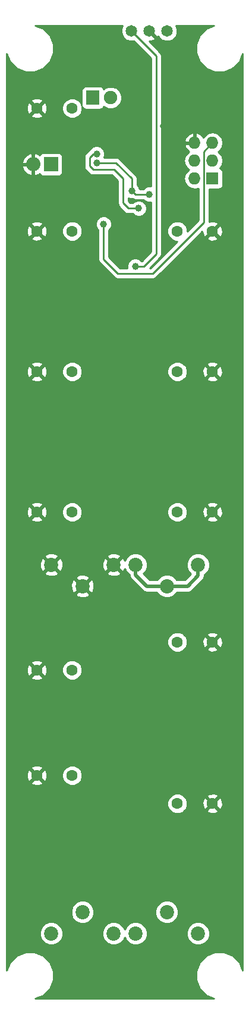
<source format=gbl>
G04 #@! TF.FileFunction,Copper,L2,Bot,Signal*
%FSLAX46Y46*%
G04 Gerber Fmt 4.6, Leading zero omitted, Abs format (unit mm)*
G04 Created by KiCad (PCBNEW 4.0.4+e1-6308~48~ubuntu14.04.1-stable) date Thu Dec 22 12:45:23 2016*
%MOMM*%
%LPD*%
G01*
G04 APERTURE LIST*
%ADD10C,0.100000*%
%ADD11C,1.016000*%
%ADD12R,1.727200X1.727200*%
%ADD13O,1.727200X1.727200*%
%ADD14C,1.650000*%
%ADD15R,1.900000X2.000000*%
%ADD16C,1.900000*%
%ADD17C,2.020000*%
%ADD18C,1.600000*%
%ADD19R,2.032000X2.032000*%
%ADD20O,2.032000X2.032000*%
%ADD21C,1.000000*%
%ADD22C,0.500000*%
%ADD23C,0.250000*%
%ADD24C,0.254000*%
G04 APERTURE END LIST*
D10*
D11*
X153500000Y-45000000D03*
X153500000Y-41000000D03*
X146500000Y-34000000D03*
X142500000Y-36000000D03*
X138000000Y-63000000D03*
D12*
X150000000Y-55000000D03*
D13*
X147460000Y-55000000D03*
X150000000Y-52460000D03*
X147460000Y-52460000D03*
X150000000Y-49920000D03*
X147460000Y-49920000D03*
D14*
X138460000Y-34000000D03*
X141000000Y-34000000D03*
X143540000Y-34000000D03*
D15*
X132960000Y-43500000D03*
D16*
X135500000Y-43500000D03*
D17*
X127055000Y-110000000D03*
X135945000Y-110000000D03*
X131500000Y-113050000D03*
X147945000Y-162500000D03*
X139055000Y-162500000D03*
X143500000Y-159450000D03*
X139055000Y-110000000D03*
X147945000Y-110000000D03*
X143500000Y-113050000D03*
X135945000Y-162500000D03*
X127055000Y-162500000D03*
X131500000Y-159450000D03*
D18*
X130000000Y-45000000D03*
X125000000Y-45000000D03*
X130000000Y-102500000D03*
X125000000Y-102500000D03*
X145000000Y-144000000D03*
X150000000Y-144000000D03*
X145000000Y-82500000D03*
X150000000Y-82500000D03*
X130000000Y-62500000D03*
X125000000Y-62500000D03*
X130000000Y-125000000D03*
X125000000Y-125000000D03*
X145000000Y-121000000D03*
X150000000Y-121000000D03*
X145000000Y-62500000D03*
X150000000Y-62500000D03*
X130000000Y-82500000D03*
X125000000Y-82500000D03*
X130000000Y-140000000D03*
X125000000Y-140000000D03*
X145000000Y-102500000D03*
X150000000Y-102500000D03*
D19*
X127000000Y-53000000D03*
D20*
X124460000Y-53000000D03*
D21*
X143000000Y-47500000D03*
X140000000Y-66000000D03*
X136000000Y-49500000D03*
X133500000Y-57500000D03*
X133500000Y-55500000D03*
X138500000Y-56750000D03*
X141000000Y-57250000D03*
X133500000Y-52750000D03*
X139000000Y-67500000D03*
X134500000Y-61500000D03*
X133500000Y-51500000D03*
X139500000Y-59250000D03*
D22*
X143500000Y-113050000D02*
X146450000Y-113050000D01*
X146450000Y-113050000D02*
X147945000Y-111555000D01*
X147945000Y-110000000D02*
X147945000Y-111555000D01*
X139055000Y-110000000D02*
X139055000Y-111428355D01*
X139055000Y-111428355D02*
X140676645Y-113050000D01*
X140676645Y-113050000D02*
X142071645Y-113050000D01*
X142071645Y-113050000D02*
X143500000Y-113050000D01*
D23*
X141000000Y-57250000D02*
X138999999Y-57249999D01*
X138999999Y-57249999D02*
X138500000Y-56750000D01*
X133500000Y-52750000D02*
X136250000Y-52750000D01*
X136250000Y-52750000D02*
X138500000Y-55000000D01*
X138500000Y-55000000D02*
X138500000Y-56750000D01*
X142000000Y-37540000D02*
X138460000Y-34000000D01*
X139000000Y-67500000D02*
X140250000Y-67500000D01*
X140250000Y-67500000D02*
X142000000Y-65750000D01*
X142000000Y-65750000D02*
X142000000Y-37540000D01*
X139000000Y-67500000D02*
X138924999Y-67424999D01*
X148750000Y-61250000D02*
X148750000Y-51170000D01*
X136500000Y-68500000D02*
X141500000Y-68500000D01*
X148750000Y-61250000D02*
X141500000Y-68500000D01*
X134500000Y-61500000D02*
X134500000Y-66500000D01*
X134500000Y-66500000D02*
X136500000Y-68500000D01*
X148750000Y-51170000D02*
X150000000Y-49920000D01*
X133500000Y-51500000D02*
X133000000Y-51500000D01*
X138000000Y-59250000D02*
X139500000Y-59250000D01*
X137250000Y-55000000D02*
X137250000Y-58500000D01*
X133000000Y-53750000D02*
X136000000Y-53750000D01*
X137250000Y-58500000D02*
X138000000Y-59250000D01*
X136000000Y-53750000D02*
X137250000Y-55000000D01*
X132500000Y-53250000D02*
X133000000Y-53750000D01*
X132500000Y-52000000D02*
X132500000Y-53250000D01*
X133000000Y-51500000D02*
X132500000Y-52000000D01*
D24*
G36*
X137000254Y-33708314D02*
X136999747Y-34289138D01*
X137221551Y-34825943D01*
X137631897Y-35237006D01*
X138168314Y-35459746D01*
X138749138Y-35460253D01*
X138817291Y-35432093D01*
X141240000Y-37854802D01*
X141240000Y-56120696D01*
X141226756Y-56115197D01*
X140775225Y-56114803D01*
X140357914Y-56287233D01*
X140154793Y-56490000D01*
X139620642Y-56489999D01*
X139462767Y-56107914D01*
X139260000Y-55904793D01*
X139260000Y-55000000D01*
X139202148Y-54709161D01*
X139037401Y-54462599D01*
X136787401Y-52212599D01*
X136540839Y-52047852D01*
X136250000Y-51990000D01*
X134525494Y-51990000D01*
X134634803Y-51726756D01*
X134635197Y-51275225D01*
X134462767Y-50857914D01*
X134143765Y-50538355D01*
X133726756Y-50365197D01*
X133275225Y-50364803D01*
X132857914Y-50537233D01*
X132538355Y-50856235D01*
X132506319Y-50933386D01*
X132462599Y-50962599D01*
X131962599Y-51462599D01*
X131797852Y-51709161D01*
X131740000Y-52000000D01*
X131740000Y-53250000D01*
X131797852Y-53540839D01*
X131962599Y-53787401D01*
X132462599Y-54287401D01*
X132709161Y-54452148D01*
X133000000Y-54510000D01*
X135685198Y-54510000D01*
X136490000Y-55314802D01*
X136490000Y-58500000D01*
X136547852Y-58790839D01*
X136712599Y-59037401D01*
X137462599Y-59787401D01*
X137709160Y-59952148D01*
X138000000Y-60010000D01*
X138654941Y-60010000D01*
X138856235Y-60211645D01*
X139273244Y-60384803D01*
X139724775Y-60385197D01*
X140142086Y-60212767D01*
X140461645Y-59893765D01*
X140634803Y-59476756D01*
X140635197Y-59025225D01*
X140462767Y-58607914D01*
X140143765Y-58288355D01*
X139726756Y-58115197D01*
X139275225Y-58114803D01*
X138857914Y-58287233D01*
X138654793Y-58490000D01*
X138314802Y-58490000D01*
X138010000Y-58185198D01*
X138010000Y-57775494D01*
X138273244Y-57884803D01*
X138608810Y-57885096D01*
X138709159Y-57952147D01*
X138999999Y-58009999D01*
X140154941Y-58010000D01*
X140356235Y-58211645D01*
X140773244Y-58384803D01*
X141224775Y-58385197D01*
X141240000Y-58378906D01*
X141240000Y-65435198D01*
X139935198Y-66740000D01*
X139845059Y-66740000D01*
X139643765Y-66538355D01*
X139226756Y-66365197D01*
X138775225Y-66364803D01*
X138357914Y-66537233D01*
X138038355Y-66856235D01*
X137865197Y-67273244D01*
X137864803Y-67724775D01*
X137871094Y-67740000D01*
X136814802Y-67740000D01*
X135260000Y-66185198D01*
X135260000Y-62345059D01*
X135461645Y-62143765D01*
X135634803Y-61726756D01*
X135635197Y-61275225D01*
X135462767Y-60857914D01*
X135143765Y-60538355D01*
X134726756Y-60365197D01*
X134275225Y-60364803D01*
X133857914Y-60537233D01*
X133538355Y-60856235D01*
X133365197Y-61273244D01*
X133364803Y-61724775D01*
X133537233Y-62142086D01*
X133740000Y-62345207D01*
X133740000Y-66500000D01*
X133797852Y-66790839D01*
X133962599Y-67037401D01*
X135962599Y-69037401D01*
X136209161Y-69202148D01*
X136500000Y-69260000D01*
X141500000Y-69260000D01*
X141790839Y-69202148D01*
X142037401Y-69037401D01*
X147567057Y-63507745D01*
X149171861Y-63507745D01*
X149245995Y-63753864D01*
X149783223Y-63946965D01*
X150353454Y-63919778D01*
X150754005Y-63753864D01*
X150828139Y-63507745D01*
X150000000Y-62679605D01*
X149171861Y-63507745D01*
X147567057Y-63507745D01*
X148563891Y-62510911D01*
X148580222Y-62853454D01*
X148746136Y-63254005D01*
X148992255Y-63328139D01*
X149820395Y-62500000D01*
X150179605Y-62500000D01*
X151007745Y-63328139D01*
X151253864Y-63254005D01*
X151446965Y-62716777D01*
X151419778Y-62146546D01*
X151253864Y-61745995D01*
X151007745Y-61671861D01*
X150179605Y-62500000D01*
X149820395Y-62500000D01*
X149806252Y-62485858D01*
X149985858Y-62306252D01*
X150000000Y-62320395D01*
X150828139Y-61492255D01*
X150754005Y-61246136D01*
X150216777Y-61053035D01*
X149646546Y-61080222D01*
X149510000Y-61136781D01*
X149510000Y-56511040D01*
X150863600Y-56511040D01*
X151098917Y-56466762D01*
X151315041Y-56327690D01*
X151460031Y-56115490D01*
X151511040Y-55863600D01*
X151511040Y-54136400D01*
X151466762Y-53901083D01*
X151327690Y-53684959D01*
X151115490Y-53539969D01*
X151071869Y-53531136D01*
X151089029Y-53519670D01*
X151413885Y-53033489D01*
X151527959Y-52460000D01*
X151413885Y-51886511D01*
X151089029Y-51400330D01*
X150774248Y-51190000D01*
X151089029Y-50979670D01*
X151413885Y-50493489D01*
X151527959Y-49920000D01*
X151413885Y-49346511D01*
X151089029Y-48860330D01*
X150602848Y-48535474D01*
X150029359Y-48421400D01*
X149970641Y-48421400D01*
X149397152Y-48535474D01*
X148910971Y-48860330D01*
X148730008Y-49131161D01*
X148348490Y-48713179D01*
X147819027Y-48465032D01*
X147587000Y-48585531D01*
X147587000Y-49793000D01*
X147607000Y-49793000D01*
X147607000Y-50047000D01*
X147587000Y-50047000D01*
X147587000Y-50067000D01*
X147333000Y-50067000D01*
X147333000Y-50047000D01*
X146126183Y-50047000D01*
X146005042Y-50279026D01*
X146177312Y-50694947D01*
X146571510Y-51126821D01*
X146694228Y-51184336D01*
X146370971Y-51400330D01*
X146046115Y-51886511D01*
X145932041Y-52460000D01*
X146046115Y-53033489D01*
X146370971Y-53519670D01*
X146685752Y-53730000D01*
X146370971Y-53940330D01*
X146046115Y-54426511D01*
X145932041Y-55000000D01*
X146046115Y-55573489D01*
X146370971Y-56059670D01*
X146857152Y-56384526D01*
X147430641Y-56498600D01*
X147489359Y-56498600D01*
X147990000Y-56399016D01*
X147990000Y-60935198D01*
X146435009Y-62490189D01*
X146435248Y-62215813D01*
X146217243Y-61688200D01*
X145813923Y-61284176D01*
X145286691Y-61065250D01*
X144715813Y-61064752D01*
X144188200Y-61282757D01*
X143784176Y-61686077D01*
X143565250Y-62213309D01*
X143564752Y-62784187D01*
X143782757Y-63311800D01*
X144186077Y-63715824D01*
X144713309Y-63934750D01*
X144990206Y-63934992D01*
X141185198Y-67740000D01*
X141084802Y-67740000D01*
X142537401Y-66287401D01*
X142702148Y-66040839D01*
X142760000Y-65750000D01*
X142760000Y-49560974D01*
X146005042Y-49560974D01*
X146126183Y-49793000D01*
X147333000Y-49793000D01*
X147333000Y-48585531D01*
X147100973Y-48465032D01*
X146571510Y-48713179D01*
X146177312Y-49145053D01*
X146005042Y-49560974D01*
X142760000Y-49560974D01*
X142760000Y-37540000D01*
X142702148Y-37249161D01*
X142537401Y-37002599D01*
X140996519Y-35461717D01*
X141357456Y-35445048D01*
X141769044Y-35274563D01*
X141846248Y-35025853D01*
X141000000Y-34179605D01*
X140985858Y-34193748D01*
X140806253Y-34014143D01*
X140820395Y-34000000D01*
X140806253Y-33985858D01*
X140985858Y-33806253D01*
X141000000Y-33820395D01*
X141014143Y-33806253D01*
X141193748Y-33985858D01*
X141179605Y-34000000D01*
X142025853Y-34846248D01*
X142274563Y-34769044D01*
X142276185Y-34764553D01*
X142301551Y-34825943D01*
X142711897Y-35237006D01*
X143248314Y-35459746D01*
X143829138Y-35460253D01*
X144365943Y-35238449D01*
X144777006Y-34828103D01*
X144999746Y-34291686D01*
X145000253Y-33710862D01*
X144793300Y-33210000D01*
X150250181Y-33210000D01*
X149117868Y-33677862D01*
X148181151Y-34612945D01*
X147673579Y-35835315D01*
X147672424Y-37158878D01*
X148177862Y-38382132D01*
X149112945Y-39318849D01*
X150335315Y-39826421D01*
X151658878Y-39827576D01*
X152882132Y-39322138D01*
X153818849Y-38387055D01*
X154290000Y-37252397D01*
X154290000Y-167750181D01*
X153822138Y-166617868D01*
X152887055Y-165681151D01*
X151664685Y-165173579D01*
X150341122Y-165172424D01*
X149117868Y-165677862D01*
X148181151Y-166612945D01*
X147673579Y-167835315D01*
X147672424Y-169158878D01*
X148177862Y-170382132D01*
X149112945Y-171318849D01*
X150247603Y-171790000D01*
X124749819Y-171790000D01*
X125882132Y-171322138D01*
X126818849Y-170387055D01*
X127326421Y-169164685D01*
X127327576Y-167841122D01*
X126822138Y-166617868D01*
X125887055Y-165681151D01*
X124664685Y-165173579D01*
X123341122Y-165172424D01*
X122117868Y-165677862D01*
X121181151Y-166612945D01*
X120710000Y-167747603D01*
X120710000Y-162825775D01*
X125409716Y-162825775D01*
X125659624Y-163430600D01*
X126121966Y-163893750D01*
X126726354Y-164144713D01*
X127380775Y-164145284D01*
X127985600Y-163895376D01*
X128448750Y-163433034D01*
X128699713Y-162828646D01*
X128699715Y-162825775D01*
X134299716Y-162825775D01*
X134549624Y-163430600D01*
X135011966Y-163893750D01*
X135616354Y-164144713D01*
X136270775Y-164145284D01*
X136875600Y-163895376D01*
X137338750Y-163433034D01*
X137500087Y-163044490D01*
X137659624Y-163430600D01*
X138121966Y-163893750D01*
X138726354Y-164144713D01*
X139380775Y-164145284D01*
X139985600Y-163895376D01*
X140448750Y-163433034D01*
X140699713Y-162828646D01*
X140699715Y-162825775D01*
X146299716Y-162825775D01*
X146549624Y-163430600D01*
X147011966Y-163893750D01*
X147616354Y-164144713D01*
X148270775Y-164145284D01*
X148875600Y-163895376D01*
X149338750Y-163433034D01*
X149589713Y-162828646D01*
X149590284Y-162174225D01*
X149340376Y-161569400D01*
X148878034Y-161106250D01*
X148273646Y-160855287D01*
X147619225Y-160854716D01*
X147014400Y-161104624D01*
X146551250Y-161566966D01*
X146300287Y-162171354D01*
X146299716Y-162825775D01*
X140699715Y-162825775D01*
X140700284Y-162174225D01*
X140450376Y-161569400D01*
X139988034Y-161106250D01*
X139383646Y-160855287D01*
X138729225Y-160854716D01*
X138124400Y-161104624D01*
X137661250Y-161566966D01*
X137499913Y-161955510D01*
X137340376Y-161569400D01*
X136878034Y-161106250D01*
X136273646Y-160855287D01*
X135619225Y-160854716D01*
X135014400Y-161104624D01*
X134551250Y-161566966D01*
X134300287Y-162171354D01*
X134299716Y-162825775D01*
X128699715Y-162825775D01*
X128700284Y-162174225D01*
X128450376Y-161569400D01*
X127988034Y-161106250D01*
X127383646Y-160855287D01*
X126729225Y-160854716D01*
X126124400Y-161104624D01*
X125661250Y-161566966D01*
X125410287Y-162171354D01*
X125409716Y-162825775D01*
X120710000Y-162825775D01*
X120710000Y-159775775D01*
X129854716Y-159775775D01*
X130104624Y-160380600D01*
X130566966Y-160843750D01*
X131171354Y-161094713D01*
X131825775Y-161095284D01*
X132430600Y-160845376D01*
X132893750Y-160383034D01*
X133144713Y-159778646D01*
X133144715Y-159775775D01*
X141854716Y-159775775D01*
X142104624Y-160380600D01*
X142566966Y-160843750D01*
X143171354Y-161094713D01*
X143825775Y-161095284D01*
X144430600Y-160845376D01*
X144893750Y-160383034D01*
X145144713Y-159778646D01*
X145145284Y-159124225D01*
X144895376Y-158519400D01*
X144433034Y-158056250D01*
X143828646Y-157805287D01*
X143174225Y-157804716D01*
X142569400Y-158054624D01*
X142106250Y-158516966D01*
X141855287Y-159121354D01*
X141854716Y-159775775D01*
X133144715Y-159775775D01*
X133145284Y-159124225D01*
X132895376Y-158519400D01*
X132433034Y-158056250D01*
X131828646Y-157805287D01*
X131174225Y-157804716D01*
X130569400Y-158054624D01*
X130106250Y-158516966D01*
X129855287Y-159121354D01*
X129854716Y-159775775D01*
X120710000Y-159775775D01*
X120710000Y-144284187D01*
X143564752Y-144284187D01*
X143782757Y-144811800D01*
X144186077Y-145215824D01*
X144713309Y-145434750D01*
X145284187Y-145435248D01*
X145811800Y-145217243D01*
X146021663Y-145007745D01*
X149171861Y-145007745D01*
X149245995Y-145253864D01*
X149783223Y-145446965D01*
X150353454Y-145419778D01*
X150754005Y-145253864D01*
X150828139Y-145007745D01*
X150000000Y-144179605D01*
X149171861Y-145007745D01*
X146021663Y-145007745D01*
X146215824Y-144813923D01*
X146434750Y-144286691D01*
X146435189Y-143783223D01*
X148553035Y-143783223D01*
X148580222Y-144353454D01*
X148746136Y-144754005D01*
X148992255Y-144828139D01*
X149820395Y-144000000D01*
X150179605Y-144000000D01*
X151007745Y-144828139D01*
X151253864Y-144754005D01*
X151446965Y-144216777D01*
X151419778Y-143646546D01*
X151253864Y-143245995D01*
X151007745Y-143171861D01*
X150179605Y-144000000D01*
X149820395Y-144000000D01*
X148992255Y-143171861D01*
X148746136Y-143245995D01*
X148553035Y-143783223D01*
X146435189Y-143783223D01*
X146435248Y-143715813D01*
X146217243Y-143188200D01*
X146021640Y-142992255D01*
X149171861Y-142992255D01*
X150000000Y-143820395D01*
X150828139Y-142992255D01*
X150754005Y-142746136D01*
X150216777Y-142553035D01*
X149646546Y-142580222D01*
X149245995Y-142746136D01*
X149171861Y-142992255D01*
X146021640Y-142992255D01*
X145813923Y-142784176D01*
X145286691Y-142565250D01*
X144715813Y-142564752D01*
X144188200Y-142782757D01*
X143784176Y-143186077D01*
X143565250Y-143713309D01*
X143564752Y-144284187D01*
X120710000Y-144284187D01*
X120710000Y-141007745D01*
X124171861Y-141007745D01*
X124245995Y-141253864D01*
X124783223Y-141446965D01*
X125353454Y-141419778D01*
X125754005Y-141253864D01*
X125828139Y-141007745D01*
X125000000Y-140179605D01*
X124171861Y-141007745D01*
X120710000Y-141007745D01*
X120710000Y-139783223D01*
X123553035Y-139783223D01*
X123580222Y-140353454D01*
X123746136Y-140754005D01*
X123992255Y-140828139D01*
X124820395Y-140000000D01*
X125179605Y-140000000D01*
X126007745Y-140828139D01*
X126253864Y-140754005D01*
X126422735Y-140284187D01*
X128564752Y-140284187D01*
X128782757Y-140811800D01*
X129186077Y-141215824D01*
X129713309Y-141434750D01*
X130284187Y-141435248D01*
X130811800Y-141217243D01*
X131215824Y-140813923D01*
X131434750Y-140286691D01*
X131435248Y-139715813D01*
X131217243Y-139188200D01*
X130813923Y-138784176D01*
X130286691Y-138565250D01*
X129715813Y-138564752D01*
X129188200Y-138782757D01*
X128784176Y-139186077D01*
X128565250Y-139713309D01*
X128564752Y-140284187D01*
X126422735Y-140284187D01*
X126446965Y-140216777D01*
X126419778Y-139646546D01*
X126253864Y-139245995D01*
X126007745Y-139171861D01*
X125179605Y-140000000D01*
X124820395Y-140000000D01*
X123992255Y-139171861D01*
X123746136Y-139245995D01*
X123553035Y-139783223D01*
X120710000Y-139783223D01*
X120710000Y-138992255D01*
X124171861Y-138992255D01*
X125000000Y-139820395D01*
X125828139Y-138992255D01*
X125754005Y-138746136D01*
X125216777Y-138553035D01*
X124646546Y-138580222D01*
X124245995Y-138746136D01*
X124171861Y-138992255D01*
X120710000Y-138992255D01*
X120710000Y-126007745D01*
X124171861Y-126007745D01*
X124245995Y-126253864D01*
X124783223Y-126446965D01*
X125353454Y-126419778D01*
X125754005Y-126253864D01*
X125828139Y-126007745D01*
X125000000Y-125179605D01*
X124171861Y-126007745D01*
X120710000Y-126007745D01*
X120710000Y-124783223D01*
X123553035Y-124783223D01*
X123580222Y-125353454D01*
X123746136Y-125754005D01*
X123992255Y-125828139D01*
X124820395Y-125000000D01*
X125179605Y-125000000D01*
X126007745Y-125828139D01*
X126253864Y-125754005D01*
X126422735Y-125284187D01*
X128564752Y-125284187D01*
X128782757Y-125811800D01*
X129186077Y-126215824D01*
X129713309Y-126434750D01*
X130284187Y-126435248D01*
X130811800Y-126217243D01*
X131215824Y-125813923D01*
X131434750Y-125286691D01*
X131435248Y-124715813D01*
X131217243Y-124188200D01*
X130813923Y-123784176D01*
X130286691Y-123565250D01*
X129715813Y-123564752D01*
X129188200Y-123782757D01*
X128784176Y-124186077D01*
X128565250Y-124713309D01*
X128564752Y-125284187D01*
X126422735Y-125284187D01*
X126446965Y-125216777D01*
X126419778Y-124646546D01*
X126253864Y-124245995D01*
X126007745Y-124171861D01*
X125179605Y-125000000D01*
X124820395Y-125000000D01*
X123992255Y-124171861D01*
X123746136Y-124245995D01*
X123553035Y-124783223D01*
X120710000Y-124783223D01*
X120710000Y-123992255D01*
X124171861Y-123992255D01*
X125000000Y-124820395D01*
X125828139Y-123992255D01*
X125754005Y-123746136D01*
X125216777Y-123553035D01*
X124646546Y-123580222D01*
X124245995Y-123746136D01*
X124171861Y-123992255D01*
X120710000Y-123992255D01*
X120710000Y-121284187D01*
X143564752Y-121284187D01*
X143782757Y-121811800D01*
X144186077Y-122215824D01*
X144713309Y-122434750D01*
X145284187Y-122435248D01*
X145811800Y-122217243D01*
X146021663Y-122007745D01*
X149171861Y-122007745D01*
X149245995Y-122253864D01*
X149783223Y-122446965D01*
X150353454Y-122419778D01*
X150754005Y-122253864D01*
X150828139Y-122007745D01*
X150000000Y-121179605D01*
X149171861Y-122007745D01*
X146021663Y-122007745D01*
X146215824Y-121813923D01*
X146434750Y-121286691D01*
X146435189Y-120783223D01*
X148553035Y-120783223D01*
X148580222Y-121353454D01*
X148746136Y-121754005D01*
X148992255Y-121828139D01*
X149820395Y-121000000D01*
X150179605Y-121000000D01*
X151007745Y-121828139D01*
X151253864Y-121754005D01*
X151446965Y-121216777D01*
X151419778Y-120646546D01*
X151253864Y-120245995D01*
X151007745Y-120171861D01*
X150179605Y-121000000D01*
X149820395Y-121000000D01*
X148992255Y-120171861D01*
X148746136Y-120245995D01*
X148553035Y-120783223D01*
X146435189Y-120783223D01*
X146435248Y-120715813D01*
X146217243Y-120188200D01*
X146021640Y-119992255D01*
X149171861Y-119992255D01*
X150000000Y-120820395D01*
X150828139Y-119992255D01*
X150754005Y-119746136D01*
X150216777Y-119553035D01*
X149646546Y-119580222D01*
X149245995Y-119746136D01*
X149171861Y-119992255D01*
X146021640Y-119992255D01*
X145813923Y-119784176D01*
X145286691Y-119565250D01*
X144715813Y-119564752D01*
X144188200Y-119782757D01*
X143784176Y-120186077D01*
X143565250Y-120713309D01*
X143564752Y-121284187D01*
X120710000Y-121284187D01*
X120710000Y-114209766D01*
X130519839Y-114209766D01*
X130619726Y-114477658D01*
X131233074Y-114705851D01*
X131887059Y-114681956D01*
X132380274Y-114477658D01*
X132480161Y-114209766D01*
X131500000Y-113229605D01*
X130519839Y-114209766D01*
X120710000Y-114209766D01*
X120710000Y-112783074D01*
X129844149Y-112783074D01*
X129868044Y-113437059D01*
X130072342Y-113930274D01*
X130340234Y-114030161D01*
X131320395Y-113050000D01*
X131679605Y-113050000D01*
X132659766Y-114030161D01*
X132927658Y-113930274D01*
X133155851Y-113316926D01*
X133131956Y-112662941D01*
X132927658Y-112169726D01*
X132659766Y-112069839D01*
X131679605Y-113050000D01*
X131320395Y-113050000D01*
X130340234Y-112069839D01*
X130072342Y-112169726D01*
X129844149Y-112783074D01*
X120710000Y-112783074D01*
X120710000Y-111890234D01*
X130519839Y-111890234D01*
X131500000Y-112870395D01*
X132480161Y-111890234D01*
X132380274Y-111622342D01*
X131766926Y-111394149D01*
X131112941Y-111418044D01*
X130619726Y-111622342D01*
X130519839Y-111890234D01*
X120710000Y-111890234D01*
X120710000Y-111159766D01*
X126074839Y-111159766D01*
X126174726Y-111427658D01*
X126788074Y-111655851D01*
X127442059Y-111631956D01*
X127935274Y-111427658D01*
X128035161Y-111159766D01*
X134964839Y-111159766D01*
X135064726Y-111427658D01*
X135678074Y-111655851D01*
X136332059Y-111631956D01*
X136825274Y-111427658D01*
X136925161Y-111159766D01*
X135945000Y-110179605D01*
X134964839Y-111159766D01*
X128035161Y-111159766D01*
X127055000Y-110179605D01*
X126074839Y-111159766D01*
X120710000Y-111159766D01*
X120710000Y-109733074D01*
X125399149Y-109733074D01*
X125423044Y-110387059D01*
X125627342Y-110880274D01*
X125895234Y-110980161D01*
X126875395Y-110000000D01*
X127234605Y-110000000D01*
X128214766Y-110980161D01*
X128482658Y-110880274D01*
X128710851Y-110266926D01*
X128691346Y-109733074D01*
X134289149Y-109733074D01*
X134313044Y-110387059D01*
X134517342Y-110880274D01*
X134785234Y-110980161D01*
X135765395Y-110000000D01*
X136124605Y-110000000D01*
X137104766Y-110980161D01*
X137372658Y-110880274D01*
X137498770Y-110541303D01*
X137659624Y-110930600D01*
X138121966Y-111393750D01*
X138170000Y-111413695D01*
X138170000Y-111428350D01*
X138169999Y-111428355D01*
X138213150Y-111645284D01*
X138237367Y-111767030D01*
X138319689Y-111890234D01*
X138429210Y-112054145D01*
X140050853Y-113675787D01*
X140050855Y-113675790D01*
X140337970Y-113867633D01*
X140676645Y-113935000D01*
X142085783Y-113935000D01*
X142104624Y-113980600D01*
X142566966Y-114443750D01*
X143171354Y-114694713D01*
X143825775Y-114695284D01*
X144430600Y-114445376D01*
X144893750Y-113983034D01*
X144913695Y-113935000D01*
X146449995Y-113935000D01*
X146450000Y-113935001D01*
X146732484Y-113878810D01*
X146788675Y-113867633D01*
X147075790Y-113675790D01*
X147075791Y-113675789D01*
X148570787Y-112180792D01*
X148570790Y-112180790D01*
X148762633Y-111893675D01*
X148763317Y-111890234D01*
X148830001Y-111555000D01*
X148830000Y-111554995D01*
X148830000Y-111414217D01*
X148875600Y-111395376D01*
X149338750Y-110933034D01*
X149589713Y-110328646D01*
X149590284Y-109674225D01*
X149340376Y-109069400D01*
X148878034Y-108606250D01*
X148273646Y-108355287D01*
X147619225Y-108354716D01*
X147014400Y-108604624D01*
X146551250Y-109066966D01*
X146300287Y-109671354D01*
X146299716Y-110325775D01*
X146549624Y-110930600D01*
X146933387Y-111315034D01*
X146083420Y-112165000D01*
X144914217Y-112165000D01*
X144895376Y-112119400D01*
X144433034Y-111656250D01*
X143828646Y-111405287D01*
X143174225Y-111404716D01*
X142569400Y-111654624D01*
X142106250Y-112116966D01*
X142086305Y-112165000D01*
X141043224Y-112165000D01*
X140129726Y-111251501D01*
X140448750Y-110933034D01*
X140699713Y-110328646D01*
X140700284Y-109674225D01*
X140450376Y-109069400D01*
X139988034Y-108606250D01*
X139383646Y-108355287D01*
X138729225Y-108354716D01*
X138124400Y-108604624D01*
X137661250Y-109066966D01*
X137505836Y-109441245D01*
X137372658Y-109119726D01*
X137104766Y-109019839D01*
X136124605Y-110000000D01*
X135765395Y-110000000D01*
X134785234Y-109019839D01*
X134517342Y-109119726D01*
X134289149Y-109733074D01*
X128691346Y-109733074D01*
X128686956Y-109612941D01*
X128482658Y-109119726D01*
X128214766Y-109019839D01*
X127234605Y-110000000D01*
X126875395Y-110000000D01*
X125895234Y-109019839D01*
X125627342Y-109119726D01*
X125399149Y-109733074D01*
X120710000Y-109733074D01*
X120710000Y-108840234D01*
X126074839Y-108840234D01*
X127055000Y-109820395D01*
X128035161Y-108840234D01*
X134964839Y-108840234D01*
X135945000Y-109820395D01*
X136925161Y-108840234D01*
X136825274Y-108572342D01*
X136211926Y-108344149D01*
X135557941Y-108368044D01*
X135064726Y-108572342D01*
X134964839Y-108840234D01*
X128035161Y-108840234D01*
X127935274Y-108572342D01*
X127321926Y-108344149D01*
X126667941Y-108368044D01*
X126174726Y-108572342D01*
X126074839Y-108840234D01*
X120710000Y-108840234D01*
X120710000Y-103507745D01*
X124171861Y-103507745D01*
X124245995Y-103753864D01*
X124783223Y-103946965D01*
X125353454Y-103919778D01*
X125754005Y-103753864D01*
X125828139Y-103507745D01*
X125000000Y-102679605D01*
X124171861Y-103507745D01*
X120710000Y-103507745D01*
X120710000Y-102283223D01*
X123553035Y-102283223D01*
X123580222Y-102853454D01*
X123746136Y-103254005D01*
X123992255Y-103328139D01*
X124820395Y-102500000D01*
X125179605Y-102500000D01*
X126007745Y-103328139D01*
X126253864Y-103254005D01*
X126422735Y-102784187D01*
X128564752Y-102784187D01*
X128782757Y-103311800D01*
X129186077Y-103715824D01*
X129713309Y-103934750D01*
X130284187Y-103935248D01*
X130811800Y-103717243D01*
X131215824Y-103313923D01*
X131434750Y-102786691D01*
X131434752Y-102784187D01*
X143564752Y-102784187D01*
X143782757Y-103311800D01*
X144186077Y-103715824D01*
X144713309Y-103934750D01*
X145284187Y-103935248D01*
X145811800Y-103717243D01*
X146021663Y-103507745D01*
X149171861Y-103507745D01*
X149245995Y-103753864D01*
X149783223Y-103946965D01*
X150353454Y-103919778D01*
X150754005Y-103753864D01*
X150828139Y-103507745D01*
X150000000Y-102679605D01*
X149171861Y-103507745D01*
X146021663Y-103507745D01*
X146215824Y-103313923D01*
X146434750Y-102786691D01*
X146435189Y-102283223D01*
X148553035Y-102283223D01*
X148580222Y-102853454D01*
X148746136Y-103254005D01*
X148992255Y-103328139D01*
X149820395Y-102500000D01*
X150179605Y-102500000D01*
X151007745Y-103328139D01*
X151253864Y-103254005D01*
X151446965Y-102716777D01*
X151419778Y-102146546D01*
X151253864Y-101745995D01*
X151007745Y-101671861D01*
X150179605Y-102500000D01*
X149820395Y-102500000D01*
X148992255Y-101671861D01*
X148746136Y-101745995D01*
X148553035Y-102283223D01*
X146435189Y-102283223D01*
X146435248Y-102215813D01*
X146217243Y-101688200D01*
X146021640Y-101492255D01*
X149171861Y-101492255D01*
X150000000Y-102320395D01*
X150828139Y-101492255D01*
X150754005Y-101246136D01*
X150216777Y-101053035D01*
X149646546Y-101080222D01*
X149245995Y-101246136D01*
X149171861Y-101492255D01*
X146021640Y-101492255D01*
X145813923Y-101284176D01*
X145286691Y-101065250D01*
X144715813Y-101064752D01*
X144188200Y-101282757D01*
X143784176Y-101686077D01*
X143565250Y-102213309D01*
X143564752Y-102784187D01*
X131434752Y-102784187D01*
X131435248Y-102215813D01*
X131217243Y-101688200D01*
X130813923Y-101284176D01*
X130286691Y-101065250D01*
X129715813Y-101064752D01*
X129188200Y-101282757D01*
X128784176Y-101686077D01*
X128565250Y-102213309D01*
X128564752Y-102784187D01*
X126422735Y-102784187D01*
X126446965Y-102716777D01*
X126419778Y-102146546D01*
X126253864Y-101745995D01*
X126007745Y-101671861D01*
X125179605Y-102500000D01*
X124820395Y-102500000D01*
X123992255Y-101671861D01*
X123746136Y-101745995D01*
X123553035Y-102283223D01*
X120710000Y-102283223D01*
X120710000Y-101492255D01*
X124171861Y-101492255D01*
X125000000Y-102320395D01*
X125828139Y-101492255D01*
X125754005Y-101246136D01*
X125216777Y-101053035D01*
X124646546Y-101080222D01*
X124245995Y-101246136D01*
X124171861Y-101492255D01*
X120710000Y-101492255D01*
X120710000Y-83507745D01*
X124171861Y-83507745D01*
X124245995Y-83753864D01*
X124783223Y-83946965D01*
X125353454Y-83919778D01*
X125754005Y-83753864D01*
X125828139Y-83507745D01*
X125000000Y-82679605D01*
X124171861Y-83507745D01*
X120710000Y-83507745D01*
X120710000Y-82283223D01*
X123553035Y-82283223D01*
X123580222Y-82853454D01*
X123746136Y-83254005D01*
X123992255Y-83328139D01*
X124820395Y-82500000D01*
X125179605Y-82500000D01*
X126007745Y-83328139D01*
X126253864Y-83254005D01*
X126422735Y-82784187D01*
X128564752Y-82784187D01*
X128782757Y-83311800D01*
X129186077Y-83715824D01*
X129713309Y-83934750D01*
X130284187Y-83935248D01*
X130811800Y-83717243D01*
X131215824Y-83313923D01*
X131434750Y-82786691D01*
X131434752Y-82784187D01*
X143564752Y-82784187D01*
X143782757Y-83311800D01*
X144186077Y-83715824D01*
X144713309Y-83934750D01*
X145284187Y-83935248D01*
X145811800Y-83717243D01*
X146021663Y-83507745D01*
X149171861Y-83507745D01*
X149245995Y-83753864D01*
X149783223Y-83946965D01*
X150353454Y-83919778D01*
X150754005Y-83753864D01*
X150828139Y-83507745D01*
X150000000Y-82679605D01*
X149171861Y-83507745D01*
X146021663Y-83507745D01*
X146215824Y-83313923D01*
X146434750Y-82786691D01*
X146435189Y-82283223D01*
X148553035Y-82283223D01*
X148580222Y-82853454D01*
X148746136Y-83254005D01*
X148992255Y-83328139D01*
X149820395Y-82500000D01*
X150179605Y-82500000D01*
X151007745Y-83328139D01*
X151253864Y-83254005D01*
X151446965Y-82716777D01*
X151419778Y-82146546D01*
X151253864Y-81745995D01*
X151007745Y-81671861D01*
X150179605Y-82500000D01*
X149820395Y-82500000D01*
X148992255Y-81671861D01*
X148746136Y-81745995D01*
X148553035Y-82283223D01*
X146435189Y-82283223D01*
X146435248Y-82215813D01*
X146217243Y-81688200D01*
X146021640Y-81492255D01*
X149171861Y-81492255D01*
X150000000Y-82320395D01*
X150828139Y-81492255D01*
X150754005Y-81246136D01*
X150216777Y-81053035D01*
X149646546Y-81080222D01*
X149245995Y-81246136D01*
X149171861Y-81492255D01*
X146021640Y-81492255D01*
X145813923Y-81284176D01*
X145286691Y-81065250D01*
X144715813Y-81064752D01*
X144188200Y-81282757D01*
X143784176Y-81686077D01*
X143565250Y-82213309D01*
X143564752Y-82784187D01*
X131434752Y-82784187D01*
X131435248Y-82215813D01*
X131217243Y-81688200D01*
X130813923Y-81284176D01*
X130286691Y-81065250D01*
X129715813Y-81064752D01*
X129188200Y-81282757D01*
X128784176Y-81686077D01*
X128565250Y-82213309D01*
X128564752Y-82784187D01*
X126422735Y-82784187D01*
X126446965Y-82716777D01*
X126419778Y-82146546D01*
X126253864Y-81745995D01*
X126007745Y-81671861D01*
X125179605Y-82500000D01*
X124820395Y-82500000D01*
X123992255Y-81671861D01*
X123746136Y-81745995D01*
X123553035Y-82283223D01*
X120710000Y-82283223D01*
X120710000Y-81492255D01*
X124171861Y-81492255D01*
X125000000Y-82320395D01*
X125828139Y-81492255D01*
X125754005Y-81246136D01*
X125216777Y-81053035D01*
X124646546Y-81080222D01*
X124245995Y-81246136D01*
X124171861Y-81492255D01*
X120710000Y-81492255D01*
X120710000Y-63507745D01*
X124171861Y-63507745D01*
X124245995Y-63753864D01*
X124783223Y-63946965D01*
X125353454Y-63919778D01*
X125754005Y-63753864D01*
X125828139Y-63507745D01*
X125000000Y-62679605D01*
X124171861Y-63507745D01*
X120710000Y-63507745D01*
X120710000Y-62283223D01*
X123553035Y-62283223D01*
X123580222Y-62853454D01*
X123746136Y-63254005D01*
X123992255Y-63328139D01*
X124820395Y-62500000D01*
X125179605Y-62500000D01*
X126007745Y-63328139D01*
X126253864Y-63254005D01*
X126422735Y-62784187D01*
X128564752Y-62784187D01*
X128782757Y-63311800D01*
X129186077Y-63715824D01*
X129713309Y-63934750D01*
X130284187Y-63935248D01*
X130811800Y-63717243D01*
X131215824Y-63313923D01*
X131434750Y-62786691D01*
X131435248Y-62215813D01*
X131217243Y-61688200D01*
X130813923Y-61284176D01*
X130286691Y-61065250D01*
X129715813Y-61064752D01*
X129188200Y-61282757D01*
X128784176Y-61686077D01*
X128565250Y-62213309D01*
X128564752Y-62784187D01*
X126422735Y-62784187D01*
X126446965Y-62716777D01*
X126419778Y-62146546D01*
X126253864Y-61745995D01*
X126007745Y-61671861D01*
X125179605Y-62500000D01*
X124820395Y-62500000D01*
X123992255Y-61671861D01*
X123746136Y-61745995D01*
X123553035Y-62283223D01*
X120710000Y-62283223D01*
X120710000Y-61492255D01*
X124171861Y-61492255D01*
X125000000Y-62320395D01*
X125828139Y-61492255D01*
X125754005Y-61246136D01*
X125216777Y-61053035D01*
X124646546Y-61080222D01*
X124245995Y-61246136D01*
X124171861Y-61492255D01*
X120710000Y-61492255D01*
X120710000Y-53382946D01*
X122854017Y-53382946D01*
X123122812Y-53968379D01*
X123595182Y-54406385D01*
X124077056Y-54605975D01*
X124333000Y-54486836D01*
X124333000Y-53127000D01*
X122972633Y-53127000D01*
X122854017Y-53382946D01*
X120710000Y-53382946D01*
X120710000Y-52617054D01*
X122854017Y-52617054D01*
X122972633Y-52873000D01*
X124333000Y-52873000D01*
X124333000Y-51513164D01*
X124587000Y-51513164D01*
X124587000Y-52873000D01*
X124607000Y-52873000D01*
X124607000Y-53127000D01*
X124587000Y-53127000D01*
X124587000Y-54486836D01*
X124842944Y-54605975D01*
X125324818Y-54406385D01*
X125422398Y-54315903D01*
X125519910Y-54467441D01*
X125732110Y-54612431D01*
X125984000Y-54663440D01*
X128016000Y-54663440D01*
X128251317Y-54619162D01*
X128467441Y-54480090D01*
X128612431Y-54267890D01*
X128663440Y-54016000D01*
X128663440Y-51984000D01*
X128619162Y-51748683D01*
X128480090Y-51532559D01*
X128267890Y-51387569D01*
X128016000Y-51336560D01*
X125984000Y-51336560D01*
X125748683Y-51380838D01*
X125532559Y-51519910D01*
X125421160Y-51682948D01*
X125324818Y-51593615D01*
X124842944Y-51394025D01*
X124587000Y-51513164D01*
X124333000Y-51513164D01*
X124077056Y-51394025D01*
X123595182Y-51593615D01*
X123122812Y-52031621D01*
X122854017Y-52617054D01*
X120710000Y-52617054D01*
X120710000Y-46007745D01*
X124171861Y-46007745D01*
X124245995Y-46253864D01*
X124783223Y-46446965D01*
X125353454Y-46419778D01*
X125754005Y-46253864D01*
X125828139Y-46007745D01*
X125000000Y-45179605D01*
X124171861Y-46007745D01*
X120710000Y-46007745D01*
X120710000Y-44783223D01*
X123553035Y-44783223D01*
X123580222Y-45353454D01*
X123746136Y-45754005D01*
X123992255Y-45828139D01*
X124820395Y-45000000D01*
X125179605Y-45000000D01*
X126007745Y-45828139D01*
X126253864Y-45754005D01*
X126422735Y-45284187D01*
X128564752Y-45284187D01*
X128782757Y-45811800D01*
X129186077Y-46215824D01*
X129713309Y-46434750D01*
X130284187Y-46435248D01*
X130811800Y-46217243D01*
X131215824Y-45813923D01*
X131434750Y-45286691D01*
X131435193Y-44779381D01*
X131545910Y-44951441D01*
X131758110Y-45096431D01*
X132010000Y-45147440D01*
X133910000Y-45147440D01*
X134145317Y-45103162D01*
X134361441Y-44964090D01*
X134506431Y-44751890D01*
X134507055Y-44748808D01*
X134600997Y-44842914D01*
X135183341Y-45084724D01*
X135813893Y-45085275D01*
X136396657Y-44844481D01*
X136842914Y-44399003D01*
X137084724Y-43816659D01*
X137085275Y-43186107D01*
X136844481Y-42603343D01*
X136399003Y-42157086D01*
X135816659Y-41915276D01*
X135186107Y-41914725D01*
X134603343Y-42155519D01*
X134505663Y-42253029D01*
X134374090Y-42048559D01*
X134161890Y-41903569D01*
X133910000Y-41852560D01*
X132010000Y-41852560D01*
X131774683Y-41896838D01*
X131558559Y-42035910D01*
X131413569Y-42248110D01*
X131362560Y-42500000D01*
X131362560Y-44500000D01*
X131376344Y-44573253D01*
X131217243Y-44188200D01*
X130813923Y-43784176D01*
X130286691Y-43565250D01*
X129715813Y-43564752D01*
X129188200Y-43782757D01*
X128784176Y-44186077D01*
X128565250Y-44713309D01*
X128564752Y-45284187D01*
X126422735Y-45284187D01*
X126446965Y-45216777D01*
X126419778Y-44646546D01*
X126253864Y-44245995D01*
X126007745Y-44171861D01*
X125179605Y-45000000D01*
X124820395Y-45000000D01*
X123992255Y-44171861D01*
X123746136Y-44245995D01*
X123553035Y-44783223D01*
X120710000Y-44783223D01*
X120710000Y-43992255D01*
X124171861Y-43992255D01*
X125000000Y-44820395D01*
X125828139Y-43992255D01*
X125754005Y-43746136D01*
X125216777Y-43553035D01*
X124646546Y-43580222D01*
X124245995Y-43746136D01*
X124171861Y-43992255D01*
X120710000Y-43992255D01*
X120710000Y-37249819D01*
X121177862Y-38382132D01*
X122112945Y-39318849D01*
X123335315Y-39826421D01*
X124658878Y-39827576D01*
X125882132Y-39322138D01*
X126818849Y-38387055D01*
X127326421Y-37164685D01*
X127327576Y-35841122D01*
X126822138Y-34617868D01*
X125887055Y-33681151D01*
X124752397Y-33210000D01*
X137207172Y-33210000D01*
X137000254Y-33708314D01*
X137000254Y-33708314D01*
G37*
X137000254Y-33708314D02*
X136999747Y-34289138D01*
X137221551Y-34825943D01*
X137631897Y-35237006D01*
X138168314Y-35459746D01*
X138749138Y-35460253D01*
X138817291Y-35432093D01*
X141240000Y-37854802D01*
X141240000Y-56120696D01*
X141226756Y-56115197D01*
X140775225Y-56114803D01*
X140357914Y-56287233D01*
X140154793Y-56490000D01*
X139620642Y-56489999D01*
X139462767Y-56107914D01*
X139260000Y-55904793D01*
X139260000Y-55000000D01*
X139202148Y-54709161D01*
X139037401Y-54462599D01*
X136787401Y-52212599D01*
X136540839Y-52047852D01*
X136250000Y-51990000D01*
X134525494Y-51990000D01*
X134634803Y-51726756D01*
X134635197Y-51275225D01*
X134462767Y-50857914D01*
X134143765Y-50538355D01*
X133726756Y-50365197D01*
X133275225Y-50364803D01*
X132857914Y-50537233D01*
X132538355Y-50856235D01*
X132506319Y-50933386D01*
X132462599Y-50962599D01*
X131962599Y-51462599D01*
X131797852Y-51709161D01*
X131740000Y-52000000D01*
X131740000Y-53250000D01*
X131797852Y-53540839D01*
X131962599Y-53787401D01*
X132462599Y-54287401D01*
X132709161Y-54452148D01*
X133000000Y-54510000D01*
X135685198Y-54510000D01*
X136490000Y-55314802D01*
X136490000Y-58500000D01*
X136547852Y-58790839D01*
X136712599Y-59037401D01*
X137462599Y-59787401D01*
X137709160Y-59952148D01*
X138000000Y-60010000D01*
X138654941Y-60010000D01*
X138856235Y-60211645D01*
X139273244Y-60384803D01*
X139724775Y-60385197D01*
X140142086Y-60212767D01*
X140461645Y-59893765D01*
X140634803Y-59476756D01*
X140635197Y-59025225D01*
X140462767Y-58607914D01*
X140143765Y-58288355D01*
X139726756Y-58115197D01*
X139275225Y-58114803D01*
X138857914Y-58287233D01*
X138654793Y-58490000D01*
X138314802Y-58490000D01*
X138010000Y-58185198D01*
X138010000Y-57775494D01*
X138273244Y-57884803D01*
X138608810Y-57885096D01*
X138709159Y-57952147D01*
X138999999Y-58009999D01*
X140154941Y-58010000D01*
X140356235Y-58211645D01*
X140773244Y-58384803D01*
X141224775Y-58385197D01*
X141240000Y-58378906D01*
X141240000Y-65435198D01*
X139935198Y-66740000D01*
X139845059Y-66740000D01*
X139643765Y-66538355D01*
X139226756Y-66365197D01*
X138775225Y-66364803D01*
X138357914Y-66537233D01*
X138038355Y-66856235D01*
X137865197Y-67273244D01*
X137864803Y-67724775D01*
X137871094Y-67740000D01*
X136814802Y-67740000D01*
X135260000Y-66185198D01*
X135260000Y-62345059D01*
X135461645Y-62143765D01*
X135634803Y-61726756D01*
X135635197Y-61275225D01*
X135462767Y-60857914D01*
X135143765Y-60538355D01*
X134726756Y-60365197D01*
X134275225Y-60364803D01*
X133857914Y-60537233D01*
X133538355Y-60856235D01*
X133365197Y-61273244D01*
X133364803Y-61724775D01*
X133537233Y-62142086D01*
X133740000Y-62345207D01*
X133740000Y-66500000D01*
X133797852Y-66790839D01*
X133962599Y-67037401D01*
X135962599Y-69037401D01*
X136209161Y-69202148D01*
X136500000Y-69260000D01*
X141500000Y-69260000D01*
X141790839Y-69202148D01*
X142037401Y-69037401D01*
X147567057Y-63507745D01*
X149171861Y-63507745D01*
X149245995Y-63753864D01*
X149783223Y-63946965D01*
X150353454Y-63919778D01*
X150754005Y-63753864D01*
X150828139Y-63507745D01*
X150000000Y-62679605D01*
X149171861Y-63507745D01*
X147567057Y-63507745D01*
X148563891Y-62510911D01*
X148580222Y-62853454D01*
X148746136Y-63254005D01*
X148992255Y-63328139D01*
X149820395Y-62500000D01*
X150179605Y-62500000D01*
X151007745Y-63328139D01*
X151253864Y-63254005D01*
X151446965Y-62716777D01*
X151419778Y-62146546D01*
X151253864Y-61745995D01*
X151007745Y-61671861D01*
X150179605Y-62500000D01*
X149820395Y-62500000D01*
X149806252Y-62485858D01*
X149985858Y-62306252D01*
X150000000Y-62320395D01*
X150828139Y-61492255D01*
X150754005Y-61246136D01*
X150216777Y-61053035D01*
X149646546Y-61080222D01*
X149510000Y-61136781D01*
X149510000Y-56511040D01*
X150863600Y-56511040D01*
X151098917Y-56466762D01*
X151315041Y-56327690D01*
X151460031Y-56115490D01*
X151511040Y-55863600D01*
X151511040Y-54136400D01*
X151466762Y-53901083D01*
X151327690Y-53684959D01*
X151115490Y-53539969D01*
X151071869Y-53531136D01*
X151089029Y-53519670D01*
X151413885Y-53033489D01*
X151527959Y-52460000D01*
X151413885Y-51886511D01*
X151089029Y-51400330D01*
X150774248Y-51190000D01*
X151089029Y-50979670D01*
X151413885Y-50493489D01*
X151527959Y-49920000D01*
X151413885Y-49346511D01*
X151089029Y-48860330D01*
X150602848Y-48535474D01*
X150029359Y-48421400D01*
X149970641Y-48421400D01*
X149397152Y-48535474D01*
X148910971Y-48860330D01*
X148730008Y-49131161D01*
X148348490Y-48713179D01*
X147819027Y-48465032D01*
X147587000Y-48585531D01*
X147587000Y-49793000D01*
X147607000Y-49793000D01*
X147607000Y-50047000D01*
X147587000Y-50047000D01*
X147587000Y-50067000D01*
X147333000Y-50067000D01*
X147333000Y-50047000D01*
X146126183Y-50047000D01*
X146005042Y-50279026D01*
X146177312Y-50694947D01*
X146571510Y-51126821D01*
X146694228Y-51184336D01*
X146370971Y-51400330D01*
X146046115Y-51886511D01*
X145932041Y-52460000D01*
X146046115Y-53033489D01*
X146370971Y-53519670D01*
X146685752Y-53730000D01*
X146370971Y-53940330D01*
X146046115Y-54426511D01*
X145932041Y-55000000D01*
X146046115Y-55573489D01*
X146370971Y-56059670D01*
X146857152Y-56384526D01*
X147430641Y-56498600D01*
X147489359Y-56498600D01*
X147990000Y-56399016D01*
X147990000Y-60935198D01*
X146435009Y-62490189D01*
X146435248Y-62215813D01*
X146217243Y-61688200D01*
X145813923Y-61284176D01*
X145286691Y-61065250D01*
X144715813Y-61064752D01*
X144188200Y-61282757D01*
X143784176Y-61686077D01*
X143565250Y-62213309D01*
X143564752Y-62784187D01*
X143782757Y-63311800D01*
X144186077Y-63715824D01*
X144713309Y-63934750D01*
X144990206Y-63934992D01*
X141185198Y-67740000D01*
X141084802Y-67740000D01*
X142537401Y-66287401D01*
X142702148Y-66040839D01*
X142760000Y-65750000D01*
X142760000Y-49560974D01*
X146005042Y-49560974D01*
X146126183Y-49793000D01*
X147333000Y-49793000D01*
X147333000Y-48585531D01*
X147100973Y-48465032D01*
X146571510Y-48713179D01*
X146177312Y-49145053D01*
X146005042Y-49560974D01*
X142760000Y-49560974D01*
X142760000Y-37540000D01*
X142702148Y-37249161D01*
X142537401Y-37002599D01*
X140996519Y-35461717D01*
X141357456Y-35445048D01*
X141769044Y-35274563D01*
X141846248Y-35025853D01*
X141000000Y-34179605D01*
X140985858Y-34193748D01*
X140806253Y-34014143D01*
X140820395Y-34000000D01*
X140806253Y-33985858D01*
X140985858Y-33806253D01*
X141000000Y-33820395D01*
X141014143Y-33806253D01*
X141193748Y-33985858D01*
X141179605Y-34000000D01*
X142025853Y-34846248D01*
X142274563Y-34769044D01*
X142276185Y-34764553D01*
X142301551Y-34825943D01*
X142711897Y-35237006D01*
X143248314Y-35459746D01*
X143829138Y-35460253D01*
X144365943Y-35238449D01*
X144777006Y-34828103D01*
X144999746Y-34291686D01*
X145000253Y-33710862D01*
X144793300Y-33210000D01*
X150250181Y-33210000D01*
X149117868Y-33677862D01*
X148181151Y-34612945D01*
X147673579Y-35835315D01*
X147672424Y-37158878D01*
X148177862Y-38382132D01*
X149112945Y-39318849D01*
X150335315Y-39826421D01*
X151658878Y-39827576D01*
X152882132Y-39322138D01*
X153818849Y-38387055D01*
X154290000Y-37252397D01*
X154290000Y-167750181D01*
X153822138Y-166617868D01*
X152887055Y-165681151D01*
X151664685Y-165173579D01*
X150341122Y-165172424D01*
X149117868Y-165677862D01*
X148181151Y-166612945D01*
X147673579Y-167835315D01*
X147672424Y-169158878D01*
X148177862Y-170382132D01*
X149112945Y-171318849D01*
X150247603Y-171790000D01*
X124749819Y-171790000D01*
X125882132Y-171322138D01*
X126818849Y-170387055D01*
X127326421Y-169164685D01*
X127327576Y-167841122D01*
X126822138Y-166617868D01*
X125887055Y-165681151D01*
X124664685Y-165173579D01*
X123341122Y-165172424D01*
X122117868Y-165677862D01*
X121181151Y-166612945D01*
X120710000Y-167747603D01*
X120710000Y-162825775D01*
X125409716Y-162825775D01*
X125659624Y-163430600D01*
X126121966Y-163893750D01*
X126726354Y-164144713D01*
X127380775Y-164145284D01*
X127985600Y-163895376D01*
X128448750Y-163433034D01*
X128699713Y-162828646D01*
X128699715Y-162825775D01*
X134299716Y-162825775D01*
X134549624Y-163430600D01*
X135011966Y-163893750D01*
X135616354Y-164144713D01*
X136270775Y-164145284D01*
X136875600Y-163895376D01*
X137338750Y-163433034D01*
X137500087Y-163044490D01*
X137659624Y-163430600D01*
X138121966Y-163893750D01*
X138726354Y-164144713D01*
X139380775Y-164145284D01*
X139985600Y-163895376D01*
X140448750Y-163433034D01*
X140699713Y-162828646D01*
X140699715Y-162825775D01*
X146299716Y-162825775D01*
X146549624Y-163430600D01*
X147011966Y-163893750D01*
X147616354Y-164144713D01*
X148270775Y-164145284D01*
X148875600Y-163895376D01*
X149338750Y-163433034D01*
X149589713Y-162828646D01*
X149590284Y-162174225D01*
X149340376Y-161569400D01*
X148878034Y-161106250D01*
X148273646Y-160855287D01*
X147619225Y-160854716D01*
X147014400Y-161104624D01*
X146551250Y-161566966D01*
X146300287Y-162171354D01*
X146299716Y-162825775D01*
X140699715Y-162825775D01*
X140700284Y-162174225D01*
X140450376Y-161569400D01*
X139988034Y-161106250D01*
X139383646Y-160855287D01*
X138729225Y-160854716D01*
X138124400Y-161104624D01*
X137661250Y-161566966D01*
X137499913Y-161955510D01*
X137340376Y-161569400D01*
X136878034Y-161106250D01*
X136273646Y-160855287D01*
X135619225Y-160854716D01*
X135014400Y-161104624D01*
X134551250Y-161566966D01*
X134300287Y-162171354D01*
X134299716Y-162825775D01*
X128699715Y-162825775D01*
X128700284Y-162174225D01*
X128450376Y-161569400D01*
X127988034Y-161106250D01*
X127383646Y-160855287D01*
X126729225Y-160854716D01*
X126124400Y-161104624D01*
X125661250Y-161566966D01*
X125410287Y-162171354D01*
X125409716Y-162825775D01*
X120710000Y-162825775D01*
X120710000Y-159775775D01*
X129854716Y-159775775D01*
X130104624Y-160380600D01*
X130566966Y-160843750D01*
X131171354Y-161094713D01*
X131825775Y-161095284D01*
X132430600Y-160845376D01*
X132893750Y-160383034D01*
X133144713Y-159778646D01*
X133144715Y-159775775D01*
X141854716Y-159775775D01*
X142104624Y-160380600D01*
X142566966Y-160843750D01*
X143171354Y-161094713D01*
X143825775Y-161095284D01*
X144430600Y-160845376D01*
X144893750Y-160383034D01*
X145144713Y-159778646D01*
X145145284Y-159124225D01*
X144895376Y-158519400D01*
X144433034Y-158056250D01*
X143828646Y-157805287D01*
X143174225Y-157804716D01*
X142569400Y-158054624D01*
X142106250Y-158516966D01*
X141855287Y-159121354D01*
X141854716Y-159775775D01*
X133144715Y-159775775D01*
X133145284Y-159124225D01*
X132895376Y-158519400D01*
X132433034Y-158056250D01*
X131828646Y-157805287D01*
X131174225Y-157804716D01*
X130569400Y-158054624D01*
X130106250Y-158516966D01*
X129855287Y-159121354D01*
X129854716Y-159775775D01*
X120710000Y-159775775D01*
X120710000Y-144284187D01*
X143564752Y-144284187D01*
X143782757Y-144811800D01*
X144186077Y-145215824D01*
X144713309Y-145434750D01*
X145284187Y-145435248D01*
X145811800Y-145217243D01*
X146021663Y-145007745D01*
X149171861Y-145007745D01*
X149245995Y-145253864D01*
X149783223Y-145446965D01*
X150353454Y-145419778D01*
X150754005Y-145253864D01*
X150828139Y-145007745D01*
X150000000Y-144179605D01*
X149171861Y-145007745D01*
X146021663Y-145007745D01*
X146215824Y-144813923D01*
X146434750Y-144286691D01*
X146435189Y-143783223D01*
X148553035Y-143783223D01*
X148580222Y-144353454D01*
X148746136Y-144754005D01*
X148992255Y-144828139D01*
X149820395Y-144000000D01*
X150179605Y-144000000D01*
X151007745Y-144828139D01*
X151253864Y-144754005D01*
X151446965Y-144216777D01*
X151419778Y-143646546D01*
X151253864Y-143245995D01*
X151007745Y-143171861D01*
X150179605Y-144000000D01*
X149820395Y-144000000D01*
X148992255Y-143171861D01*
X148746136Y-143245995D01*
X148553035Y-143783223D01*
X146435189Y-143783223D01*
X146435248Y-143715813D01*
X146217243Y-143188200D01*
X146021640Y-142992255D01*
X149171861Y-142992255D01*
X150000000Y-143820395D01*
X150828139Y-142992255D01*
X150754005Y-142746136D01*
X150216777Y-142553035D01*
X149646546Y-142580222D01*
X149245995Y-142746136D01*
X149171861Y-142992255D01*
X146021640Y-142992255D01*
X145813923Y-142784176D01*
X145286691Y-142565250D01*
X144715813Y-142564752D01*
X144188200Y-142782757D01*
X143784176Y-143186077D01*
X143565250Y-143713309D01*
X143564752Y-144284187D01*
X120710000Y-144284187D01*
X120710000Y-141007745D01*
X124171861Y-141007745D01*
X124245995Y-141253864D01*
X124783223Y-141446965D01*
X125353454Y-141419778D01*
X125754005Y-141253864D01*
X125828139Y-141007745D01*
X125000000Y-140179605D01*
X124171861Y-141007745D01*
X120710000Y-141007745D01*
X120710000Y-139783223D01*
X123553035Y-139783223D01*
X123580222Y-140353454D01*
X123746136Y-140754005D01*
X123992255Y-140828139D01*
X124820395Y-140000000D01*
X125179605Y-140000000D01*
X126007745Y-140828139D01*
X126253864Y-140754005D01*
X126422735Y-140284187D01*
X128564752Y-140284187D01*
X128782757Y-140811800D01*
X129186077Y-141215824D01*
X129713309Y-141434750D01*
X130284187Y-141435248D01*
X130811800Y-141217243D01*
X131215824Y-140813923D01*
X131434750Y-140286691D01*
X131435248Y-139715813D01*
X131217243Y-139188200D01*
X130813923Y-138784176D01*
X130286691Y-138565250D01*
X129715813Y-138564752D01*
X129188200Y-138782757D01*
X128784176Y-139186077D01*
X128565250Y-139713309D01*
X128564752Y-140284187D01*
X126422735Y-140284187D01*
X126446965Y-140216777D01*
X126419778Y-139646546D01*
X126253864Y-139245995D01*
X126007745Y-139171861D01*
X125179605Y-140000000D01*
X124820395Y-140000000D01*
X123992255Y-139171861D01*
X123746136Y-139245995D01*
X123553035Y-139783223D01*
X120710000Y-139783223D01*
X120710000Y-138992255D01*
X124171861Y-138992255D01*
X125000000Y-139820395D01*
X125828139Y-138992255D01*
X125754005Y-138746136D01*
X125216777Y-138553035D01*
X124646546Y-138580222D01*
X124245995Y-138746136D01*
X124171861Y-138992255D01*
X120710000Y-138992255D01*
X120710000Y-126007745D01*
X124171861Y-126007745D01*
X124245995Y-126253864D01*
X124783223Y-126446965D01*
X125353454Y-126419778D01*
X125754005Y-126253864D01*
X125828139Y-126007745D01*
X125000000Y-125179605D01*
X124171861Y-126007745D01*
X120710000Y-126007745D01*
X120710000Y-124783223D01*
X123553035Y-124783223D01*
X123580222Y-125353454D01*
X123746136Y-125754005D01*
X123992255Y-125828139D01*
X124820395Y-125000000D01*
X125179605Y-125000000D01*
X126007745Y-125828139D01*
X126253864Y-125754005D01*
X126422735Y-125284187D01*
X128564752Y-125284187D01*
X128782757Y-125811800D01*
X129186077Y-126215824D01*
X129713309Y-126434750D01*
X130284187Y-126435248D01*
X130811800Y-126217243D01*
X131215824Y-125813923D01*
X131434750Y-125286691D01*
X131435248Y-124715813D01*
X131217243Y-124188200D01*
X130813923Y-123784176D01*
X130286691Y-123565250D01*
X129715813Y-123564752D01*
X129188200Y-123782757D01*
X128784176Y-124186077D01*
X128565250Y-124713309D01*
X128564752Y-125284187D01*
X126422735Y-125284187D01*
X126446965Y-125216777D01*
X126419778Y-124646546D01*
X126253864Y-124245995D01*
X126007745Y-124171861D01*
X125179605Y-125000000D01*
X124820395Y-125000000D01*
X123992255Y-124171861D01*
X123746136Y-124245995D01*
X123553035Y-124783223D01*
X120710000Y-124783223D01*
X120710000Y-123992255D01*
X124171861Y-123992255D01*
X125000000Y-124820395D01*
X125828139Y-123992255D01*
X125754005Y-123746136D01*
X125216777Y-123553035D01*
X124646546Y-123580222D01*
X124245995Y-123746136D01*
X124171861Y-123992255D01*
X120710000Y-123992255D01*
X120710000Y-121284187D01*
X143564752Y-121284187D01*
X143782757Y-121811800D01*
X144186077Y-122215824D01*
X144713309Y-122434750D01*
X145284187Y-122435248D01*
X145811800Y-122217243D01*
X146021663Y-122007745D01*
X149171861Y-122007745D01*
X149245995Y-122253864D01*
X149783223Y-122446965D01*
X150353454Y-122419778D01*
X150754005Y-122253864D01*
X150828139Y-122007745D01*
X150000000Y-121179605D01*
X149171861Y-122007745D01*
X146021663Y-122007745D01*
X146215824Y-121813923D01*
X146434750Y-121286691D01*
X146435189Y-120783223D01*
X148553035Y-120783223D01*
X148580222Y-121353454D01*
X148746136Y-121754005D01*
X148992255Y-121828139D01*
X149820395Y-121000000D01*
X150179605Y-121000000D01*
X151007745Y-121828139D01*
X151253864Y-121754005D01*
X151446965Y-121216777D01*
X151419778Y-120646546D01*
X151253864Y-120245995D01*
X151007745Y-120171861D01*
X150179605Y-121000000D01*
X149820395Y-121000000D01*
X148992255Y-120171861D01*
X148746136Y-120245995D01*
X148553035Y-120783223D01*
X146435189Y-120783223D01*
X146435248Y-120715813D01*
X146217243Y-120188200D01*
X146021640Y-119992255D01*
X149171861Y-119992255D01*
X150000000Y-120820395D01*
X150828139Y-119992255D01*
X150754005Y-119746136D01*
X150216777Y-119553035D01*
X149646546Y-119580222D01*
X149245995Y-119746136D01*
X149171861Y-119992255D01*
X146021640Y-119992255D01*
X145813923Y-119784176D01*
X145286691Y-119565250D01*
X144715813Y-119564752D01*
X144188200Y-119782757D01*
X143784176Y-120186077D01*
X143565250Y-120713309D01*
X143564752Y-121284187D01*
X120710000Y-121284187D01*
X120710000Y-114209766D01*
X130519839Y-114209766D01*
X130619726Y-114477658D01*
X131233074Y-114705851D01*
X131887059Y-114681956D01*
X132380274Y-114477658D01*
X132480161Y-114209766D01*
X131500000Y-113229605D01*
X130519839Y-114209766D01*
X120710000Y-114209766D01*
X120710000Y-112783074D01*
X129844149Y-112783074D01*
X129868044Y-113437059D01*
X130072342Y-113930274D01*
X130340234Y-114030161D01*
X131320395Y-113050000D01*
X131679605Y-113050000D01*
X132659766Y-114030161D01*
X132927658Y-113930274D01*
X133155851Y-113316926D01*
X133131956Y-112662941D01*
X132927658Y-112169726D01*
X132659766Y-112069839D01*
X131679605Y-113050000D01*
X131320395Y-113050000D01*
X130340234Y-112069839D01*
X130072342Y-112169726D01*
X129844149Y-112783074D01*
X120710000Y-112783074D01*
X120710000Y-111890234D01*
X130519839Y-111890234D01*
X131500000Y-112870395D01*
X132480161Y-111890234D01*
X132380274Y-111622342D01*
X131766926Y-111394149D01*
X131112941Y-111418044D01*
X130619726Y-111622342D01*
X130519839Y-111890234D01*
X120710000Y-111890234D01*
X120710000Y-111159766D01*
X126074839Y-111159766D01*
X126174726Y-111427658D01*
X126788074Y-111655851D01*
X127442059Y-111631956D01*
X127935274Y-111427658D01*
X128035161Y-111159766D01*
X134964839Y-111159766D01*
X135064726Y-111427658D01*
X135678074Y-111655851D01*
X136332059Y-111631956D01*
X136825274Y-111427658D01*
X136925161Y-111159766D01*
X135945000Y-110179605D01*
X134964839Y-111159766D01*
X128035161Y-111159766D01*
X127055000Y-110179605D01*
X126074839Y-111159766D01*
X120710000Y-111159766D01*
X120710000Y-109733074D01*
X125399149Y-109733074D01*
X125423044Y-110387059D01*
X125627342Y-110880274D01*
X125895234Y-110980161D01*
X126875395Y-110000000D01*
X127234605Y-110000000D01*
X128214766Y-110980161D01*
X128482658Y-110880274D01*
X128710851Y-110266926D01*
X128691346Y-109733074D01*
X134289149Y-109733074D01*
X134313044Y-110387059D01*
X134517342Y-110880274D01*
X134785234Y-110980161D01*
X135765395Y-110000000D01*
X136124605Y-110000000D01*
X137104766Y-110980161D01*
X137372658Y-110880274D01*
X137498770Y-110541303D01*
X137659624Y-110930600D01*
X138121966Y-111393750D01*
X138170000Y-111413695D01*
X138170000Y-111428350D01*
X138169999Y-111428355D01*
X138213150Y-111645284D01*
X138237367Y-111767030D01*
X138319689Y-111890234D01*
X138429210Y-112054145D01*
X140050853Y-113675787D01*
X140050855Y-113675790D01*
X140337970Y-113867633D01*
X140676645Y-113935000D01*
X142085783Y-113935000D01*
X142104624Y-113980600D01*
X142566966Y-114443750D01*
X143171354Y-114694713D01*
X143825775Y-114695284D01*
X144430600Y-114445376D01*
X144893750Y-113983034D01*
X144913695Y-113935000D01*
X146449995Y-113935000D01*
X146450000Y-113935001D01*
X146732484Y-113878810D01*
X146788675Y-113867633D01*
X147075790Y-113675790D01*
X147075791Y-113675789D01*
X148570787Y-112180792D01*
X148570790Y-112180790D01*
X148762633Y-111893675D01*
X148763317Y-111890234D01*
X148830001Y-111555000D01*
X148830000Y-111554995D01*
X148830000Y-111414217D01*
X148875600Y-111395376D01*
X149338750Y-110933034D01*
X149589713Y-110328646D01*
X149590284Y-109674225D01*
X149340376Y-109069400D01*
X148878034Y-108606250D01*
X148273646Y-108355287D01*
X147619225Y-108354716D01*
X147014400Y-108604624D01*
X146551250Y-109066966D01*
X146300287Y-109671354D01*
X146299716Y-110325775D01*
X146549624Y-110930600D01*
X146933387Y-111315034D01*
X146083420Y-112165000D01*
X144914217Y-112165000D01*
X144895376Y-112119400D01*
X144433034Y-111656250D01*
X143828646Y-111405287D01*
X143174225Y-111404716D01*
X142569400Y-111654624D01*
X142106250Y-112116966D01*
X142086305Y-112165000D01*
X141043224Y-112165000D01*
X140129726Y-111251501D01*
X140448750Y-110933034D01*
X140699713Y-110328646D01*
X140700284Y-109674225D01*
X140450376Y-109069400D01*
X139988034Y-108606250D01*
X139383646Y-108355287D01*
X138729225Y-108354716D01*
X138124400Y-108604624D01*
X137661250Y-109066966D01*
X137505836Y-109441245D01*
X137372658Y-109119726D01*
X137104766Y-109019839D01*
X136124605Y-110000000D01*
X135765395Y-110000000D01*
X134785234Y-109019839D01*
X134517342Y-109119726D01*
X134289149Y-109733074D01*
X128691346Y-109733074D01*
X128686956Y-109612941D01*
X128482658Y-109119726D01*
X128214766Y-109019839D01*
X127234605Y-110000000D01*
X126875395Y-110000000D01*
X125895234Y-109019839D01*
X125627342Y-109119726D01*
X125399149Y-109733074D01*
X120710000Y-109733074D01*
X120710000Y-108840234D01*
X126074839Y-108840234D01*
X127055000Y-109820395D01*
X128035161Y-108840234D01*
X134964839Y-108840234D01*
X135945000Y-109820395D01*
X136925161Y-108840234D01*
X136825274Y-108572342D01*
X136211926Y-108344149D01*
X135557941Y-108368044D01*
X135064726Y-108572342D01*
X134964839Y-108840234D01*
X128035161Y-108840234D01*
X127935274Y-108572342D01*
X127321926Y-108344149D01*
X126667941Y-108368044D01*
X126174726Y-108572342D01*
X126074839Y-108840234D01*
X120710000Y-108840234D01*
X120710000Y-103507745D01*
X124171861Y-103507745D01*
X124245995Y-103753864D01*
X124783223Y-103946965D01*
X125353454Y-103919778D01*
X125754005Y-103753864D01*
X125828139Y-103507745D01*
X125000000Y-102679605D01*
X124171861Y-103507745D01*
X120710000Y-103507745D01*
X120710000Y-102283223D01*
X123553035Y-102283223D01*
X123580222Y-102853454D01*
X123746136Y-103254005D01*
X123992255Y-103328139D01*
X124820395Y-102500000D01*
X125179605Y-102500000D01*
X126007745Y-103328139D01*
X126253864Y-103254005D01*
X126422735Y-102784187D01*
X128564752Y-102784187D01*
X128782757Y-103311800D01*
X129186077Y-103715824D01*
X129713309Y-103934750D01*
X130284187Y-103935248D01*
X130811800Y-103717243D01*
X131215824Y-103313923D01*
X131434750Y-102786691D01*
X131434752Y-102784187D01*
X143564752Y-102784187D01*
X143782757Y-103311800D01*
X144186077Y-103715824D01*
X144713309Y-103934750D01*
X145284187Y-103935248D01*
X145811800Y-103717243D01*
X146021663Y-103507745D01*
X149171861Y-103507745D01*
X149245995Y-103753864D01*
X149783223Y-103946965D01*
X150353454Y-103919778D01*
X150754005Y-103753864D01*
X150828139Y-103507745D01*
X150000000Y-102679605D01*
X149171861Y-103507745D01*
X146021663Y-103507745D01*
X146215824Y-103313923D01*
X146434750Y-102786691D01*
X146435189Y-102283223D01*
X148553035Y-102283223D01*
X148580222Y-102853454D01*
X148746136Y-103254005D01*
X148992255Y-103328139D01*
X149820395Y-102500000D01*
X150179605Y-102500000D01*
X151007745Y-103328139D01*
X151253864Y-103254005D01*
X151446965Y-102716777D01*
X151419778Y-102146546D01*
X151253864Y-101745995D01*
X151007745Y-101671861D01*
X150179605Y-102500000D01*
X149820395Y-102500000D01*
X148992255Y-101671861D01*
X148746136Y-101745995D01*
X148553035Y-102283223D01*
X146435189Y-102283223D01*
X146435248Y-102215813D01*
X146217243Y-101688200D01*
X146021640Y-101492255D01*
X149171861Y-101492255D01*
X150000000Y-102320395D01*
X150828139Y-101492255D01*
X150754005Y-101246136D01*
X150216777Y-101053035D01*
X149646546Y-101080222D01*
X149245995Y-101246136D01*
X149171861Y-101492255D01*
X146021640Y-101492255D01*
X145813923Y-101284176D01*
X145286691Y-101065250D01*
X144715813Y-101064752D01*
X144188200Y-101282757D01*
X143784176Y-101686077D01*
X143565250Y-102213309D01*
X143564752Y-102784187D01*
X131434752Y-102784187D01*
X131435248Y-102215813D01*
X131217243Y-101688200D01*
X130813923Y-101284176D01*
X130286691Y-101065250D01*
X129715813Y-101064752D01*
X129188200Y-101282757D01*
X128784176Y-101686077D01*
X128565250Y-102213309D01*
X128564752Y-102784187D01*
X126422735Y-102784187D01*
X126446965Y-102716777D01*
X126419778Y-102146546D01*
X126253864Y-101745995D01*
X126007745Y-101671861D01*
X125179605Y-102500000D01*
X124820395Y-102500000D01*
X123992255Y-101671861D01*
X123746136Y-101745995D01*
X123553035Y-102283223D01*
X120710000Y-102283223D01*
X120710000Y-101492255D01*
X124171861Y-101492255D01*
X125000000Y-102320395D01*
X125828139Y-101492255D01*
X125754005Y-101246136D01*
X125216777Y-101053035D01*
X124646546Y-101080222D01*
X124245995Y-101246136D01*
X124171861Y-101492255D01*
X120710000Y-101492255D01*
X120710000Y-83507745D01*
X124171861Y-83507745D01*
X124245995Y-83753864D01*
X124783223Y-83946965D01*
X125353454Y-83919778D01*
X125754005Y-83753864D01*
X125828139Y-83507745D01*
X125000000Y-82679605D01*
X124171861Y-83507745D01*
X120710000Y-83507745D01*
X120710000Y-82283223D01*
X123553035Y-82283223D01*
X123580222Y-82853454D01*
X123746136Y-83254005D01*
X123992255Y-83328139D01*
X124820395Y-82500000D01*
X125179605Y-82500000D01*
X126007745Y-83328139D01*
X126253864Y-83254005D01*
X126422735Y-82784187D01*
X128564752Y-82784187D01*
X128782757Y-83311800D01*
X129186077Y-83715824D01*
X129713309Y-83934750D01*
X130284187Y-83935248D01*
X130811800Y-83717243D01*
X131215824Y-83313923D01*
X131434750Y-82786691D01*
X131434752Y-82784187D01*
X143564752Y-82784187D01*
X143782757Y-83311800D01*
X144186077Y-83715824D01*
X144713309Y-83934750D01*
X145284187Y-83935248D01*
X145811800Y-83717243D01*
X146021663Y-83507745D01*
X149171861Y-83507745D01*
X149245995Y-83753864D01*
X149783223Y-83946965D01*
X150353454Y-83919778D01*
X150754005Y-83753864D01*
X150828139Y-83507745D01*
X150000000Y-82679605D01*
X149171861Y-83507745D01*
X146021663Y-83507745D01*
X146215824Y-83313923D01*
X146434750Y-82786691D01*
X146435189Y-82283223D01*
X148553035Y-82283223D01*
X148580222Y-82853454D01*
X148746136Y-83254005D01*
X148992255Y-83328139D01*
X149820395Y-82500000D01*
X150179605Y-82500000D01*
X151007745Y-83328139D01*
X151253864Y-83254005D01*
X151446965Y-82716777D01*
X151419778Y-82146546D01*
X151253864Y-81745995D01*
X151007745Y-81671861D01*
X150179605Y-82500000D01*
X149820395Y-82500000D01*
X148992255Y-81671861D01*
X148746136Y-81745995D01*
X148553035Y-82283223D01*
X146435189Y-82283223D01*
X146435248Y-82215813D01*
X146217243Y-81688200D01*
X146021640Y-81492255D01*
X149171861Y-81492255D01*
X150000000Y-82320395D01*
X150828139Y-81492255D01*
X150754005Y-81246136D01*
X150216777Y-81053035D01*
X149646546Y-81080222D01*
X149245995Y-81246136D01*
X149171861Y-81492255D01*
X146021640Y-81492255D01*
X145813923Y-81284176D01*
X145286691Y-81065250D01*
X144715813Y-81064752D01*
X144188200Y-81282757D01*
X143784176Y-81686077D01*
X143565250Y-82213309D01*
X143564752Y-82784187D01*
X131434752Y-82784187D01*
X131435248Y-82215813D01*
X131217243Y-81688200D01*
X130813923Y-81284176D01*
X130286691Y-81065250D01*
X129715813Y-81064752D01*
X129188200Y-81282757D01*
X128784176Y-81686077D01*
X128565250Y-82213309D01*
X128564752Y-82784187D01*
X126422735Y-82784187D01*
X126446965Y-82716777D01*
X126419778Y-82146546D01*
X126253864Y-81745995D01*
X126007745Y-81671861D01*
X125179605Y-82500000D01*
X124820395Y-82500000D01*
X123992255Y-81671861D01*
X123746136Y-81745995D01*
X123553035Y-82283223D01*
X120710000Y-82283223D01*
X120710000Y-81492255D01*
X124171861Y-81492255D01*
X125000000Y-82320395D01*
X125828139Y-81492255D01*
X125754005Y-81246136D01*
X125216777Y-81053035D01*
X124646546Y-81080222D01*
X124245995Y-81246136D01*
X124171861Y-81492255D01*
X120710000Y-81492255D01*
X120710000Y-63507745D01*
X124171861Y-63507745D01*
X124245995Y-63753864D01*
X124783223Y-63946965D01*
X125353454Y-63919778D01*
X125754005Y-63753864D01*
X125828139Y-63507745D01*
X125000000Y-62679605D01*
X124171861Y-63507745D01*
X120710000Y-63507745D01*
X120710000Y-62283223D01*
X123553035Y-62283223D01*
X123580222Y-62853454D01*
X123746136Y-63254005D01*
X123992255Y-63328139D01*
X124820395Y-62500000D01*
X125179605Y-62500000D01*
X126007745Y-63328139D01*
X126253864Y-63254005D01*
X126422735Y-62784187D01*
X128564752Y-62784187D01*
X128782757Y-63311800D01*
X129186077Y-63715824D01*
X129713309Y-63934750D01*
X130284187Y-63935248D01*
X130811800Y-63717243D01*
X131215824Y-63313923D01*
X131434750Y-62786691D01*
X131435248Y-62215813D01*
X131217243Y-61688200D01*
X130813923Y-61284176D01*
X130286691Y-61065250D01*
X129715813Y-61064752D01*
X129188200Y-61282757D01*
X128784176Y-61686077D01*
X128565250Y-62213309D01*
X128564752Y-62784187D01*
X126422735Y-62784187D01*
X126446965Y-62716777D01*
X126419778Y-62146546D01*
X126253864Y-61745995D01*
X126007745Y-61671861D01*
X125179605Y-62500000D01*
X124820395Y-62500000D01*
X123992255Y-61671861D01*
X123746136Y-61745995D01*
X123553035Y-62283223D01*
X120710000Y-62283223D01*
X120710000Y-61492255D01*
X124171861Y-61492255D01*
X125000000Y-62320395D01*
X125828139Y-61492255D01*
X125754005Y-61246136D01*
X125216777Y-61053035D01*
X124646546Y-61080222D01*
X124245995Y-61246136D01*
X124171861Y-61492255D01*
X120710000Y-61492255D01*
X120710000Y-53382946D01*
X122854017Y-53382946D01*
X123122812Y-53968379D01*
X123595182Y-54406385D01*
X124077056Y-54605975D01*
X124333000Y-54486836D01*
X124333000Y-53127000D01*
X122972633Y-53127000D01*
X122854017Y-53382946D01*
X120710000Y-53382946D01*
X120710000Y-52617054D01*
X122854017Y-52617054D01*
X122972633Y-52873000D01*
X124333000Y-52873000D01*
X124333000Y-51513164D01*
X124587000Y-51513164D01*
X124587000Y-52873000D01*
X124607000Y-52873000D01*
X124607000Y-53127000D01*
X124587000Y-53127000D01*
X124587000Y-54486836D01*
X124842944Y-54605975D01*
X125324818Y-54406385D01*
X125422398Y-54315903D01*
X125519910Y-54467441D01*
X125732110Y-54612431D01*
X125984000Y-54663440D01*
X128016000Y-54663440D01*
X128251317Y-54619162D01*
X128467441Y-54480090D01*
X128612431Y-54267890D01*
X128663440Y-54016000D01*
X128663440Y-51984000D01*
X128619162Y-51748683D01*
X128480090Y-51532559D01*
X128267890Y-51387569D01*
X128016000Y-51336560D01*
X125984000Y-51336560D01*
X125748683Y-51380838D01*
X125532559Y-51519910D01*
X125421160Y-51682948D01*
X125324818Y-51593615D01*
X124842944Y-51394025D01*
X124587000Y-51513164D01*
X124333000Y-51513164D01*
X124077056Y-51394025D01*
X123595182Y-51593615D01*
X123122812Y-52031621D01*
X122854017Y-52617054D01*
X120710000Y-52617054D01*
X120710000Y-46007745D01*
X124171861Y-46007745D01*
X124245995Y-46253864D01*
X124783223Y-46446965D01*
X125353454Y-46419778D01*
X125754005Y-46253864D01*
X125828139Y-46007745D01*
X125000000Y-45179605D01*
X124171861Y-46007745D01*
X120710000Y-46007745D01*
X120710000Y-44783223D01*
X123553035Y-44783223D01*
X123580222Y-45353454D01*
X123746136Y-45754005D01*
X123992255Y-45828139D01*
X124820395Y-45000000D01*
X125179605Y-45000000D01*
X126007745Y-45828139D01*
X126253864Y-45754005D01*
X126422735Y-45284187D01*
X128564752Y-45284187D01*
X128782757Y-45811800D01*
X129186077Y-46215824D01*
X129713309Y-46434750D01*
X130284187Y-46435248D01*
X130811800Y-46217243D01*
X131215824Y-45813923D01*
X131434750Y-45286691D01*
X131435193Y-44779381D01*
X131545910Y-44951441D01*
X131758110Y-45096431D01*
X132010000Y-45147440D01*
X133910000Y-45147440D01*
X134145317Y-45103162D01*
X134361441Y-44964090D01*
X134506431Y-44751890D01*
X134507055Y-44748808D01*
X134600997Y-44842914D01*
X135183341Y-45084724D01*
X135813893Y-45085275D01*
X136396657Y-44844481D01*
X136842914Y-44399003D01*
X137084724Y-43816659D01*
X137085275Y-43186107D01*
X136844481Y-42603343D01*
X136399003Y-42157086D01*
X135816659Y-41915276D01*
X135186107Y-41914725D01*
X134603343Y-42155519D01*
X134505663Y-42253029D01*
X134374090Y-42048559D01*
X134161890Y-41903569D01*
X133910000Y-41852560D01*
X132010000Y-41852560D01*
X131774683Y-41896838D01*
X131558559Y-42035910D01*
X131413569Y-42248110D01*
X131362560Y-42500000D01*
X131362560Y-44500000D01*
X131376344Y-44573253D01*
X131217243Y-44188200D01*
X130813923Y-43784176D01*
X130286691Y-43565250D01*
X129715813Y-43564752D01*
X129188200Y-43782757D01*
X128784176Y-44186077D01*
X128565250Y-44713309D01*
X128564752Y-45284187D01*
X126422735Y-45284187D01*
X126446965Y-45216777D01*
X126419778Y-44646546D01*
X126253864Y-44245995D01*
X126007745Y-44171861D01*
X125179605Y-45000000D01*
X124820395Y-45000000D01*
X123992255Y-44171861D01*
X123746136Y-44245995D01*
X123553035Y-44783223D01*
X120710000Y-44783223D01*
X120710000Y-43992255D01*
X124171861Y-43992255D01*
X125000000Y-44820395D01*
X125828139Y-43992255D01*
X125754005Y-43746136D01*
X125216777Y-43553035D01*
X124646546Y-43580222D01*
X124245995Y-43746136D01*
X124171861Y-43992255D01*
X120710000Y-43992255D01*
X120710000Y-37249819D01*
X121177862Y-38382132D01*
X122112945Y-39318849D01*
X123335315Y-39826421D01*
X124658878Y-39827576D01*
X125882132Y-39322138D01*
X126818849Y-38387055D01*
X127326421Y-37164685D01*
X127327576Y-35841122D01*
X126822138Y-34617868D01*
X125887055Y-33681151D01*
X124752397Y-33210000D01*
X137207172Y-33210000D01*
X137000254Y-33708314D01*
M02*

</source>
